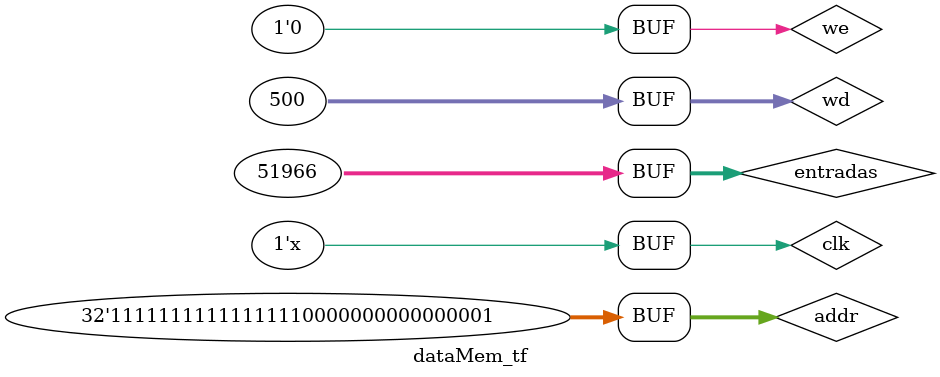
<source format=v>
`timescale 1ns / 1ps


module dataMem_tf;

	// Inputs
	reg clk;
	reg we;
	reg [31:0] addr;
	reg [31:0] wd;
	reg [31:0] entradas;

	// Outputs
	wire [31:0] rd;
	wire [31:0] salidas;

	// Instantiate the Unit Under Test (UUT)
	dataMem uut (
		.clk(clk), 
		.we(we), 
		.addr(addr), 
		.wd(wd),
		.entradas(entradas),
		.rd(rd), 
		.salidas(salidas)
	);

	initial begin
		// Initialize Inputs
		clk = 0;
		we = 0;
		addr = 0;
		wd = 0;
		entradas = 32'hCAFE;
		// Wait 100 ns for global reset to finish
		#100;
        
		// Add stimulus here
		#10 addr = 100;
		we = 1;
		wd = -100;
		#10 addr = 101;
		wd = -50;
		#10 addr = 102;
		wd = -1;
		#10 addr = 103;
		wd = 0;
		#10 addr = 104;
		wd = 1;
		#10 addr = 105;
		wd = 50;
		#10 addr = 106;
		wd = 100;
		
		#10 addr = 32'hFFFF0000;
		wd = 500;
		
		#10 we = 0;
		addr = 100;
		#10 addr = 101;
		#10 addr = 102;
		#10 addr = 103;
		#10 addr = 104;
		#10 addr = 105;
		#10 addr = 106;
		
		#10 addr = 32'hFFFF0001;
	end
     
	always begin
		#2 clk = ~clk;
	end
endmodule


</source>
